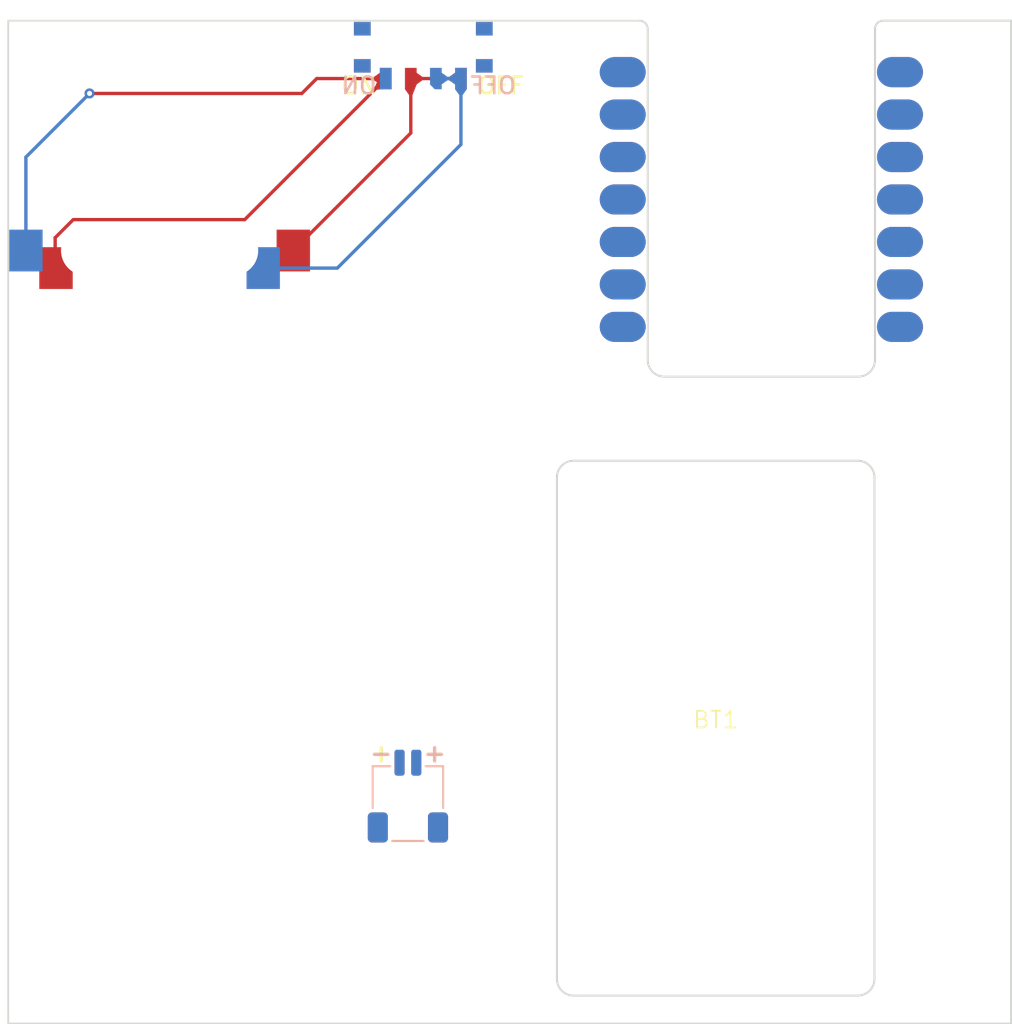
<source format=kicad_pcb>
(kicad_pcb (version 20240108) (generator "pcbnew") (generator_version "8.0")
  (layers (0 "F.Cu" signal) (31 "B.Cu" signal) (34 "B.Paste" user) (35 "F.Paste" user) (36 "B.SilkS" user "B.Silkscreen") (37 "F.SilkS" user "F.Silkscreen") (38 "B.Mask" user) (39 "F.Mask" user) (44 "Edge.Cuts" user))
  (net 0 "")
  (net 1 "Net-(PWR1-B)")
  (net 2 "Net-(PWR1-A)")
  (footprint "Two:KS-27_KS-33_Hotswap_1U_DUAL" (layer "F.Cu") (at 59.056 59.054)
    (property "Reference" "SW1")
    (property "Value" "SW_SPST" (hide yes))
    (pad "" np_thru_hole circle (at -4.4 4.7) (size 3 3) (drill 3) (layers "F&B.Cu" "*.Mask"))
    (pad "" np_thru_hole circle (at -2.6 5.75) (size 3 3) (drill 3) (layers "F&B.Cu" "*.Mask"))
    (pad "" np_thru_hole circle (at 0 0) (size 5 5) (drill 5) (layers "F&B.Cu" "*.Mask"))
    (pad "" np_thru_hole circle (at 2.6 5.75) (size 3 3) (drill 3) (layers "F&B.Cu" "*.Mask"))
    (pad "" np_thru_hole circle (at 4.4 4.7) (size 3 3) (drill 3) (layers "F&B.Cu" "*.Mask"))
    (pad "1" smd rect (at -8 4.7) (size 2 2.5) (layers "B.Cu" "B.Paste" "B.Mask") (net 2 "Net-(PWR1-A)"))
    (pad "1" smd rect (at -6.2 5.75) (size 2 2.5) (layers "F.Cu" "F.Paste" "F.Mask") (net 2 "Net-(PWR1-A)"))
    (pad "2" smd rect (at 6.2 5.75) (size 2 2.5) (layers "B.Cu" "B.Paste" "B.Mask") (net 1 "Net-(PWR1-B)"))
    (pad "2" smd rect (at 8 4.7) (size 2 2.5) (layers "F.Cu" "F.Paste" "F.Mask") (net 1 "Net-(PWR1-B)"))
  )
  (footprint "Two:lp601730" (layer "F.Cu") (at 92.329 92.329)
    (property "Reference" "BT1" (at 0 -0.5 0) (layer "F.SilkS") (effects (font (thickness 0.1))))
    (property "Value" "Battery_Cell")
    (fp_line (start -9.5 15) (end -9.5 -15) (stroke (width 0.12)) (layer "Edge.Cuts"))
    (fp_line (start -8.5 -16) (end 8.5 -16) (stroke (width 0.12)) (layer "Edge.Cuts"))
    (fp_line (start 8.5 16) (end -8.5 16) (stroke (width 0.12)) (layer "Edge.Cuts"))
    (fp_line (start 9.5 -15) (end 9.5 15) (stroke (width 0.12)) (layer "Edge.Cuts"))
    (fp_arc (start -9.5 -15) (mid -9.207092 -15.707092) (end -8.5 -16) (stroke (width 0.12)) (layer "Edge.Cuts"))
    (fp_arc (start -8.5 16) (mid -9.2071 15.7071) (end -9.5 15) (stroke (width 0.12)) (layer "Edge.Cuts"))
    (fp_arc (start 8.5 -16) (mid 9.207107 -15.707107) (end 9.5 -15) (stroke (width 0.12)) (layer "Edge.Cuts"))
    (fp_arc (start 9.5 15) (mid 9.207121 15.707121) (end 8.5 16) (stroke (width 0.12)) (layer "Edge.Cuts"))
  )
  (footprint "Two:JST_SH_Battery_DUAL_" (layer "F.Cu") (at 73.914 96.393)
    (property "Reference" "J2" (hide yes))
    (property "Value" "Conn_01x02_Pin")
    (fp_line (start -2.11 -1.785) (end -1.06 -1.785) (stroke (width 0.12)) (layer "B.SilkS"))
    (fp_line (start -2.11 0.715) (end -2.11 -1.785) (stroke (width 0.12)) (layer "B.SilkS"))
    (fp_line (start -1.2 -2.5) (end -2 -2.5) (stroke (width 0.2)) (layer "B.SilkS"))
    (fp_line (start 0.94 2.685) (end -0.94 2.685) (stroke (width 0.12)) (layer "B.SilkS"))
    (fp_line (start 1.6 -2.9) (end 1.6 -2.1) (stroke (width 0.2)) (layer "B.SilkS"))
    (fp_line (start 2 -2.5) (end 1.2 -2.5) (stroke (width 0.2)) (layer "B.SilkS"))
    (fp_line (start 2.11 -1.785) (end 1.06 -1.785) (stroke (width 0.12)) (layer "B.SilkS"))
    (fp_line (start 2.11 0.715) (end 2.11 -1.785) (stroke (width 0.12)) (layer "B.SilkS"))
    (fp_line (start -2.11 -1.785) (end -1.06 -1.785) (stroke (width 0.12)) (layer "F.SilkS"))
    (fp_line (start -2.11 0.715) (end -2.11 -1.785) (stroke (width 0.12)) (layer "F.SilkS"))
    (fp_line (start -2 -2.5) (end -1.2 -2.5) (stroke (width 0.2)) (layer "F.SilkS"))
    (fp_line (start -1.6 -2.9) (end -1.6 -2.1) (stroke (width 0.2)) (layer "F.SilkS"))
    (fp_line (start -0.94 2.685) (end 0.94 2.685) (stroke (width 0.12)) (layer "F.SilkS"))
    (fp_line (start 1.2 -2.5) (end 2 -2.5) (stroke (width 0.2)) (layer "F.SilkS"))
    (fp_line (start 2.11 -1.785) (end 1.06 -1.785) (stroke (width 0.12)) (layer "F.SilkS"))
    (fp_line (start 2.11 0.715) (end 2.11 -1.785) (stroke (width 0.12)) (layer "F.SilkS"))
    (pad "1" smd roundrect (at -0.5 -2) (size 0.6 1.55) (layers "F.Cu" "F.Paste" "F.Mask"))
    (pad "1" smd roundrect (at 0.5 -2) (size 0.6 1.55) (layers "B.Cu" "B.Paste" "B.Mask"))
    (pad "2" smd roundrect (at -0.5 -2) (size 0.6 1.55) (layers "B.Cu" "B.Paste" "B.Mask"))
    (pad "2" smd roundrect (at 0.5 -2) (size 0.6 1.55) (layers "F.Cu" "F.Paste" "F.Mask"))
    (pad "MP" smd roundrect (at -1.8 1.875) (size 1.2 1.8) (layers "F.Cu" "F.Paste" "F.Mask") (roundrect_rratio 0.208333))
    (pad "MP" smd roundrect (at -1.8 1.875) (size 1.2 1.8) (layers "B.Cu" "B.Paste" "B.Mask") (roundrect_rratio 0.208333))
    (pad "MP" smd roundrect (at 1.8 1.875) (size 1.2 1.8) (layers "F.Cu" "F.Paste" "F.Mask") (roundrect_rratio 0.208333))
    (pad "MP" smd roundrect (at 1.8 1.875) (size 1.2 1.8) (layers "B.Cu" "B.Paste" "B.Mask") (roundrect_rratio 0.208333))
  )
  (footprint "Two:MSK-12C02_DUAL" (layer "F.Cu") (at 74.836 50.325)
    (property "Reference" "PWR1" (hide yes))
    (property "Value" "SW_SPDT")
    (fp_text user "OFF" (at 4.149106 3.563747 0) (layer "B.SilkS") (effects (justify mirror)))
    (fp_text user "ON" (at -3.850894 3.563747 0) (layer "B.SilkS") (effects (justify mirror)))
    (fp_text user "OFF" (at 4.649106 3.563747 0) (layer "F.SilkS"))
    (fp_text user "ON" (at -3.850894 3.563747 0) (layer "F.SilkS"))
    (pad "" smd rect (at -3.65 0.16 180) (size 1 0.8) (layers "F.Cu" "F.Paste" "F.Mask"))
    (pad "" smd rect (at -3.65 0.16 180) (size 1 0.8) (layers "B.Cu" "B.Paste" "B.Mask"))
    (pad "" smd rect (at -3.65 2.38 180) (size 1 0.8) (layers "F.Cu" "F.Paste" "F.Mask"))
    (pad "" smd rect (at -3.65 2.38 180) (size 1 0.8) (layers "B.Cu" "B.Paste" "B.Mask"))
    (pad "" np_thru_hole circle (at -1.5 1.27 180) (size 0.9 0.9) (drill 0.9) (layers "*.Cu" "*.Mask"))
    (pad "" np_thru_hole circle (at 1.5 1.27 180) (size 0.9 0.9) (drill 0.9) (layers "*.Cu" "*.Mask"))
    (pad "" smd rect (at 3.65 0.16 180) (size 1 0.8) (layers "F.Cu" "F.Paste" "F.Mask"))
    (pad "" smd rect (at 3.65 0.16 180) (size 1 0.8) (layers "B.Cu" "B.Paste" "B.Mask"))
    (pad "" smd rect (at 3.65 2.38 180) (size 1 0.8) (layers "F.Cu" "F.Paste" "F.Mask"))
    (pad "" smd rect (at 3.65 2.38 180) (size 1 0.8) (layers "B.Cu" "B.Paste" "B.Mask"))
    (pad "1" smd rect (at -2.25 3.14 180) (size 0.7 1.28) (layers "F.Cu" "F.Paste" "F.Mask") (net 2 "Net-(PWR1-A)"))
    (pad "1" smd rect (at -2.25 3.14 180) (size 0.7 1.28) (layers "B.Cu" "B.Paste" "B.Mask") (net 2 "Net-(PWR1-A)"))
    (pad "2" smd roundrect (at -0.75 3.14 180) (size 0.7 1.28) (layers "F.Cu" "F.Paste" "F.Mask") (roundrect_rratio 0) (chamfer_ratio 0.4) (chamfer top_left) (net 1 "Net-(PWR1-B)"))
    (pad "2" smd roundrect (at 0.75 3.14 180) (size 0.7 1.28) (layers "B.Cu" "B.Paste" "B.Mask") (roundrect_rratio 0) (chamfer_ratio 0.4) (chamfer top_right) (net 1 "Net-(PWR1-B)"))
    (pad "3" smd rect (at 2.25 3.14 180) (size 0.7 1.28) (layers "F.Cu" "F.Paste" "F.Mask") (net 1 "Net-(PWR1-B)"))
    (pad "3" smd rect (at 2.25 3.14 180) (size 0.7 1.28) (layers "B.Cu" "B.Paste" "B.Mask") (net 1 "Net-(PWR1-B)"))
  )
  (footprint "Two:XIAO_nRF52840_DUAL_WINDOW" (layer "F.Cu") (at 95.06204 50)
    (property "Reference" "U1" (hide yes))
    (property "Value" "XIAO_nRF52840" (hide yes))
    (fp_line (start -6.8 0.5) (end -6.8 20.3) (stroke (width 0.12)) (layer "Edge.Cuts"))
    (fp_line (start -5.8 21.3) (end 5.8 21.3) (stroke (width 0.12)) (layer "Edge.Cuts"))
    (fp_line (start 6.8 20.3) (end 6.8 0.5) (stroke (width 0.12)) (layer "Edge.Cuts"))
    (fp_arc (start -7.3 0) (mid -6.946446 0.146446) (end -6.8 0.5) (stroke (width 0.12)) (layer "Edge.Cuts"))
    (fp_arc (start -5.8 21.3) (mid -6.507107 21.007107) (end -6.8 20.3) (stroke (width 0.12)) (layer "Edge.Cuts"))
    (fp_arc (start 6.8 0.5) (mid 6.946447 0.146447) (end 7.3 0) (stroke (width 0.12)) (layer "Edge.Cuts"))
    (fp_arc (start 6.8 20.3) (mid 6.507107 21.007107) (end 5.8 21.3) (stroke (width 0.12)) (layer "Edge.Cuts"))
    (pad "1" smd oval (at -8.76996 3.08) (size 2.75 1.8) (drill (offset 0.475 0)) (layers "B.Cu" "B.Paste" "B.Mask"))
    (pad "1" smd oval (at 8.76996 3.08) (size 2.75 1.8) (drill (offset -0.475 0)) (layers "F.Cu" "F.Paste" "F.Mask"))
    (pad "2" smd oval (at -8.76996 5.62) (size 2.75 1.8) (drill (offset 0.475 0)) (layers "B.Cu" "B.Paste" "B.Mask"))
    (pad "2" smd oval (at 8.76996 5.62) (size 2.75 1.8) (drill (offset -0.475 0)) (layers "F.Cu" "F.Paste" "F.Mask"))
    (pad "3" smd oval (at -8.76996 8.16) (size 2.75 1.8) (drill (offset 0.475 0)) (layers "B.Cu" "B.Paste" "B.Mask"))
    (pad "3" smd oval (at 8.76996 8.16) (size 2.75 1.8) (drill (offset -0.475 0)) (layers "F.Cu" "F.Paste" "F.Mask"))
    (pad "4" smd oval (at -8.76996 10.7) (size 2.75 1.8) (drill (offset 0.475 0)) (layers "B.Cu" "B.Paste" "B.Mask"))
    (pad "4" smd oval (at 8.76996 10.7) (size 2.75 1.8) (drill (offset -0.475 0)) (layers "F.Cu" "F.Paste" "F.Mask"))
    (pad "5" smd oval (at -8.76996 13.24) (size 2.75 1.8) (drill (offset 0.475 0)) (layers "B.Cu" "B.Paste" "B.Mask"))
    (pad "5" smd oval (at 8.76996 13.24) (size 2.75 1.8) (drill (offset -0.475 0)) (layers "F.Cu" "F.Paste" "F.Mask"))
    (pad "6" smd oval (at -8.76996 15.78) (size 2.75 1.8) (drill (offset 0.475 0)) (layers "B.Cu" "B.Paste" "B.Mask"))
    (pad "6" smd oval (at 8.76996 15.78) (size 2.75 1.8) (drill (offset -0.475 0)) (layers "F.Cu" "F.Paste" "F.Mask"))
    (pad "7" smd oval (at -8.76996 18.32) (size 2.75 1.8) (drill (offset 0.475 0)) (layers "B.Cu" "B.Paste" "B.Mask"))
    (pad "7" smd oval (at 8.76996 18.32) (size 2.75 1.8) (drill (offset -0.475 0)) (layers "F.Cu" "F.Paste" "F.Mask"))
    (pad "8" smd oval (at -8.76996 18.32 180) (size 2.75 1.8) (drill (offset -0.475 0)) (layers "F.Cu" "F.Paste" "F.Mask"))
    (pad "8" smd oval (at 8.76996 18.32 180) (size 2.75 1.8) (drill (offset 0.475 0)) (layers "B.Cu" "B.Paste" "B.Mask"))
    (pad "9" smd oval (at -8.76996 15.78 180) (size 2.75 1.8) (drill (offset -0.475 0)) (layers "F.Cu" "F.Paste" "F.Mask"))
    (pad "9" smd oval (at 8.76996 15.78 180) (size 2.75 1.8) (drill (offset 0.475 0)) (layers "B.Cu" "B.Paste" "B.Mask"))
    (pad "10" smd oval (at -8.76996 13.24 180) (size 2.75 1.8) (drill (offset -0.475 0)) (layers "F.Cu" "F.Paste" "F.Mask"))
    (pad "10" smd oval (at 8.76996 13.24 180) (size 2.75 1.8) (drill (offset 0.475 0)) (layers "B.Cu" "B.Paste" "B.Mask"))
    (pad "11" smd oval (at -8.76996 10.7 180) (size 2.75 1.8) (drill (offset -0.475 0)) (layers "F.Cu" "F.Paste" "F.Mask"))
    (pad "11" smd oval (at 8.76996 10.7 180) (size 2.75 1.8) (drill (offset 0.475 0)) (layers "B.Cu" "B.Paste" "B.Mask"))
    (pad "12" smd oval (at -8.76996 8.16 180) (size 2.75 1.8) (drill (offset -0.475 0)) (layers "F.Cu" "F.Paste" "F.Mask"))
    (pad "12" smd oval (at 8.76996 8.16 180) (size 2.75 1.8) (drill (offset 0.475 0)) (layers "B.Cu" "B.Paste" "B.Mask"))
    (pad "13" smd oval (at -8.76996 5.62 180) (size 2.75 1.8) (drill (offset -0.475 0)) (layers "F.Cu" "F.Paste" "F.Mask"))
    (pad "13" smd oval (at 8.76996 5.62 180) (size 2.75 1.8) (drill (offset 0.475 0)) (layers "B.Cu" "B.Paste" "B.Mask"))
    (pad "14" smd oval (at -8.76996 3.08 180) (size 2.75 1.8) (drill (offset -0.475 0)) (layers "F.Cu" "F.Paste" "F.Mask"))
    (pad "14" smd oval (at 8.76996 3.08 180) (size 2.75 1.8) (drill (offset 0.475 0)) (layers "B.Cu" "B.Paste" "B.Mask"))
  )
  (gr_line (start 110 50) (end 102.36204 50) (stroke (width 0.12)) (layer "Edge.Cuts"))
  (gr_line (start 110 50) (end 110 110) (stroke (width 0.1)) (layer "Edge.Cuts"))
  (gr_line (start 50 110) (end 50 50) (stroke (width 0.1)) (layer "Edge.Cuts"))
  (gr_line (start 50 50) (end 87.76204 50) (stroke (width 0.1)) (layer "Edge.Cuts"))
  (gr_line (start 110 110) (end 50 110) (stroke (width 0.1)) (layer "Edge.Cuts"))
  (segment (start 74.086 53.465) (end 74.086 56.724) (width 0.2) (layer "F.Cu") (net 1))
  (segment (start 77.086 53.465) (end 74.086 53.465) (width 0.2) (layer "F.Cu") (net 1))
  (segment (start 74.086 56.724) (end 67.056 63.754) (width 0.2) (layer "F.Cu") (net 1))
  (segment (start 77.086 57.407) (end 77.086 53.465) (width 0.2) (layer "B.Cu") (net 1))
  (segment (start 65.256 64.804) (end 69.689 64.804) (width 0.2) (layer "B.Cu") (net 1))
  (segment (start 77.086 53.465) (end 75.586 53.465) (width 0.2) (layer "B.Cu") (net 1))
  (segment (start 69.689 64.804) (end 77.086 57.407) (width 0.2) (layer "B.Cu") (net 1))
  (segment (start 64.147 61.904) (end 53.889705 61.904) (width 0.2) (layer "F.Cu") (net 2))
  (segment (start 54.864 54.356) (end 67.564 54.356) (width 0.2) (layer "F.Cu") (net 2))
  (segment (start 72.586 53.465) (end 64.147 61.904) (width 0.2) (layer "F.Cu") (net 2))
  (segment (start 53.889705 61.904) (end 52.806 62.987705) (width 0.2) (layer "F.Cu") (net 2))
  (segment (start 67.564 54.356) (end 68.455 53.465) (width 0.2) (layer "F.Cu") (net 2))
  (segment (start 52.806 62.987705) (end 52.806 64.754) (width 0.2) (layer "F.Cu") (net 2))
  (segment (start 68.455 53.465) (end 72.586 53.465) (width 0.2) (layer "F.Cu") (net 2))
  (segment (start 52.806 64.754) (end 52.856 64.804) (width 0.2) (layer "F.Cu") (net 2))
  (via (at 54.864 54.356) (size 0.6) (drill 0.3) (layers "F.Cu" "B.Cu") (net 2))
  (segment (start 54.864 54.356) (end 54.737 54.483) (width 0.2) (layer "B.Cu") (net 2))
  (segment (start 51.056 58.164) (end 54.864 54.356) (width 0.2) (layer "B.Cu") (net 2))
  (segment (start 51.056 63.754) (end 51.056 58.164) (width 0.2) (layer "B.Cu") (net 2))
)
</source>
